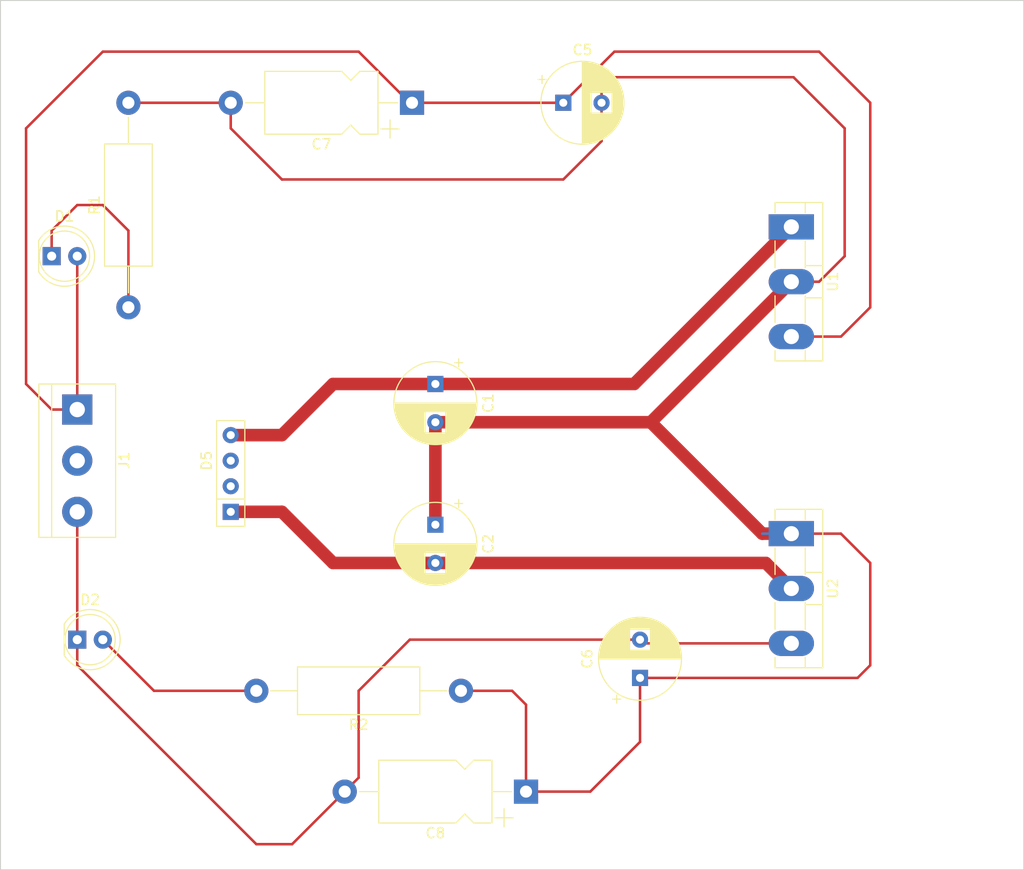
<source format=kicad_pcb>
(kicad_pcb (version 20221018) (generator pcbnew)
  (layers (0 "F.Cu" signal) (31 "B.Cu" signal) (34 "B.Paste" user) (35 "F.Paste" user) (36 "B.SilkS" user "B.Silkscreen") (37 "F.SilkS" user "F.Silkscreen") (38 "B.Mask" user) (39 "F.Mask" user) (44 "Edge.Cuts" user))
  (net 0 "")
  (net 1 "Net-(D5-+)")
  (net 2 "GND")
  (net 3 "Net-(D5--)")
  (net 4 "Net-(D1-A)")
  (net 5 "Net-(D2-K)")
  (net 6 "Net-(D1-K)")
  (net 7 "Net-(D2-A)")
  (net 8 "Net-(T1-SB)")
  (net 9 "Net-(T1-SA)")
  (footprint "Capacitor_THT:CP_Radial_D8.0mm_P3.80mm" (layer "F.Cu") (at 165.1 38.1)
    (fp_text reference "C5" (at 1.9 -5.25) (layer "F.SilkS"))
    (fp_text value "100uf/35V")
    (pad "1" thru_hole rect (at 0 0) (size 1.6 1.6) (drill 0.8) (layers "*.Cu" "*.Mask") (net 4 "Net-(D1-A)"))
    (pad "2" thru_hole circle (at 3.8 0) (size 1.6 1.6) (drill 0.8) (layers "*.Cu" "*.Mask") (net 2 "GND"))
  )
  (footprint "Resistor_THT:R_Axial_DIN0414_L11.9mm_D4.5mm_P20.32mm_Horizontal" (layer "F.Cu") (at 154.94 96.52 180)
    (fp_text reference "R2" (at 10.16 -3.37) (layer "F.SilkS"))
    (fp_text value "2.2K")
    (pad "1" thru_hole circle (at 0 0 180) (size 2.4 2.4) (drill 1.2) (layers "*.Cu" "*.Mask") (net 2 "GND"))
    (pad "2" thru_hole oval (at 20.32 0 180) (size 2.4 2.4) (drill 1.2) (layers "*.Cu" "*.Mask") (net 7 "Net-(D2-A)"))
  )
  (footprint "Package_TO_SOT_THT:TO-3P-3_Vertical" (layer "F.Cu") (at 187.745 80.91 -90)
    (fp_text reference "U2" (at 5.45 -4.12 -90) (layer "F.SilkS"))
    (fp_text value "L7912")
    (pad "1" thru_hole rect (at 0 0 270) (size 2.5 4.5) (drill 1.5) (layers "*.Cu" "*.Mask") (net 2 "GND"))
    (pad "2" thru_hole oval (at 5.45 0 270) (size 2.5 4.5) (drill 1.5) (layers "*.Cu" "*.Mask") (net 3 "Net-(D5--)"))
    (pad "3" thru_hole oval (at 10.9 0 270) (size 2.5 4.5) (drill 1.5) (layers "*.Cu" "*.Mask") (net 5 "Net-(D2-K)"))
  )
  (footprint "Resistor_THT:R_Axial_DIN0414_L11.9mm_D4.5mm_P20.32mm_Horizontal" (layer "F.Cu") (at 121.92 58.42 90)
    (fp_text reference "R1" (at 10.16 -3.37 90) (layer "F.SilkS"))
    (fp_text value "2.2K")
    (pad "1" thru_hole circle (at 0 0 90) (size 2.4 2.4) (drill 1.2) (layers "*.Cu" "*.Mask") (net 6 "Net-(D1-K)"))
    (pad "2" thru_hole oval (at 20.32 0 90) (size 2.4 2.4) (drill 1.2) (layers "*.Cu" "*.Mask") (net 2 "GND"))
  )
  (footprint "LED_THT:LED_D5.0mm" (layer "F.Cu") (at 114.3 53.34)
    (fp_text reference "D1" (at 1.27 -3.96) (layer "F.SilkS"))
    (fp_text value "LED")
    (pad "1" thru_hole rect (at 0 0) (size 1.8 1.8) (drill 0.9) (layers "*.Cu" "*.Mask") (net 6 "Net-(D1-K)"))
    (pad "2" thru_hole circle (at 2.54 0) (size 1.8 1.8) (drill 0.9) (layers "*.Cu" "*.Mask") (net 4 "Net-(D1-A)"))
  )
  (footprint "Package_TO_SOT_THT:TO-3P-3_Vertical" (layer "F.Cu") (at 187.745 50.43 -90)
    (fp_text reference "U1" (at 5.45 -4.12 -90) (layer "F.SilkS"))
    (fp_text value "L7812")
    (pad "1" thru_hole rect (at 0 0 270) (size 2.5 4.5) (drill 1.5) (layers "*.Cu" "*.Mask") (net 1 "Net-(D5-+)"))
    (pad "2" thru_hole oval (at 5.45 0 270) (size 2.5 4.5) (drill 1.5) (layers "*.Cu" "*.Mask") (net 2 "GND"))
    (pad "3" thru_hole oval (at 10.9 0 270) (size 2.5 4.5) (drill 1.5) (layers "*.Cu" "*.Mask") (net 4 "Net-(D1-A)"))
  )
  (footprint "LED_THT:LED_D5.0mm" (layer "F.Cu") (at 116.84 91.44)
    (fp_text reference "D2" (at 1.27 -3.96) (layer "F.SilkS"))
    (fp_text value "LED")
    (pad "1" thru_hole rect (at 0 0) (size 1.8 1.8) (drill 0.9) (layers "*.Cu" "*.Mask") (net 5 "Net-(D2-K)"))
    (pad "2" thru_hole circle (at 2.54 0) (size 1.8 1.8) (drill 0.9) (layers "*.Cu" "*.Mask") (net 7 "Net-(D2-A)"))
  )
  (footprint "Resistor_THT:R_Array_SIP4" (layer "F.Cu") (at 132.08 78.74 90)
    (fp_text reference "D5" (at 5.08 -2.4 90) (layer "F.SilkS"))
    (fp_text value "D_Bridge_-AA+_RS207_2A")
    (pad "1" thru_hole rect (at 0 0 90) (size 1.6 1.6) (drill 0.8) (layers "*.Cu" "*.Mask") (net 3 "Net-(D5--)"))
    (pad "2" thru_hole oval (at 2.54 0 90) (size 1.6 1.6) (drill 0.8) (layers "*.Cu" "*.Mask") (net 8 "Net-(T1-SB)"))
    (pad "3" thru_hole oval (at 5.08 0 90) (size 1.6 1.6) (drill 0.8) (layers "*.Cu" "*.Mask") (net 9 "Net-(T1-SA)"))
    (pad "4" thru_hole oval (at 7.62 0 90) (size 1.6 1.6) (drill 0.8) (layers "*.Cu" "*.Mask") (net 1 "Net-(D5-+)"))
  )
  (footprint "Capacitor_THT:CP_Radial_D8.0mm_P3.80mm" (layer "F.Cu") (at 152.4 66.04 -90)
    (fp_text reference "C1" (at 1.9 -5.25 -270) (layer "F.SilkS"))
    (fp_text value "2200uf/35V")
    (pad "1" thru_hole rect (at 0 0 270) (size 1.6 1.6) (drill 0.8) (layers "*.Cu" "*.Mask") (net 1 "Net-(D5-+)"))
    (pad "2" thru_hole circle (at 3.8 0 270) (size 1.6 1.6) (drill 0.8) (layers "*.Cu" "*.Mask") (net 2 "GND"))
  )
  (footprint "Capacitor_THT:CP_Radial_D8.0mm_P3.80mm" (layer "F.Cu") (at 172.72 95.24 90)
    (fp_text reference "C6" (at 1.9 -5.25 90) (layer "F.SilkS"))
    (fp_text value "100uf/35V")
    (pad "1" thru_hole rect (at 0 0 90) (size 1.6 1.6) (drill 0.8) (layers "*.Cu" "*.Mask") (net 2 "GND"))
    (pad "2" thru_hole circle (at 3.8 0 90) (size 1.6 1.6) (drill 0.8) (layers "*.Cu" "*.Mask") (net 5 "Net-(D2-K)"))
  )
  (footprint "Capacitor_THT:CP_Axial_L11.0mm_D6.0mm_P18.00mm_Horizontal" (layer "F.Cu") (at 150.08 38.1 180)
    (fp_text reference "C7" (at 9 -4.12) (layer "F.SilkS"))
    (fp_text value "0.1uf")
    (pad "1" thru_hole rect (at 0 0 180) (size 2.4 2.4) (drill 1.2) (layers "*.Cu" "*.Mask") (net 4 "Net-(D1-A)"))
    (pad "2" thru_hole oval (at 18 0 180) (size 2.4 2.4) (drill 1.2) (layers "*.Cu" "*.Mask") (net 2 "GND"))
  )
  (footprint "Capacitor_THT:CP_Axial_L11.0mm_D6.0mm_P18.00mm_Horizontal" (layer "F.Cu") (at 161.4 106.5375 180)
    (fp_text reference "C8" (at 9 -4.12) (layer "F.SilkS"))
    (fp_text value "0.1uf")
    (pad "1" thru_hole rect (at 0 0 180) (size 2.4 2.4) (drill 1.2) (layers "*.Cu" "*.Mask") (net 2 "GND"))
    (pad "2" thru_hole oval (at 18 0 180) (size 2.4 2.4) (drill 1.2) (layers "*.Cu" "*.Mask") (net 5 "Net-(D2-K)"))
  )
  (footprint "Capacitor_THT:CP_Radial_D8.0mm_P3.80mm" (layer "F.Cu") (at 152.4 80.02 -90)
    (fp_text reference "C2" (at 1.9 -5.25 90) (layer "F.SilkS"))
    (fp_text value "2200uf/35V")
    (pad "1" thru_hole rect (at 0 0 270) (size 1.6 1.6) (drill 0.8) (layers "*.Cu" "*.Mask") (net 2 "GND"))
    (pad "2" thru_hole circle (at 3.8 0 270) (size 1.6 1.6) (drill 0.8) (layers "*.Cu" "*.Mask") (net 3 "Net-(D5--)"))
  )
  (footprint "TerminalBlock:TerminalBlock_bornier-3_P5.08mm" (layer "F.Cu") (at 116.84 68.58 -90)
    (fp_text reference "J1" (at 5.05 -4.65 90) (layer "F.SilkS"))
    (fp_text value "Out")
    (pad "1" thru_hole rect (at 0 0 270) (size 3 3) (drill 1.52) (layers "*.Cu" "*.Mask") (net 4 "Net-(D1-A)"))
    (pad "2" thru_hole circle (at 5.08 0 270) (size 3 3) (drill 1.52) (layers "*.Cu" "*.Mask") (net 2 "GND"))
    (pad "3" thru_hole circle (at 10.16 0 270) (size 3 3) (drill 1.52) (layers "*.Cu" "*.Mask") (net 5 "Net-(D2-K)"))
  )
  (gr_rect (start 109.22 27.94) (end 210.82 114.3) (stroke (width 0.1)) (fill none) (layer "Edge.Cuts"))
  (segment (start 152.4 66.04) (end 172.135 66.04) (width 1.25) (layer "F.Cu") (net 1))
  (segment (start 142.24 66.04) (end 152.4 66.04) (width 1.25) (layer "F.Cu") (net 1))
  (segment (start 137.16 71.12) (end 142.24 66.04) (width 1.25) (layer "F.Cu") (net 1))
  (segment (start 172.135 66.04) (end 187.745 50.43) (width 1.25) (layer "F.Cu") (net 1))
  (segment (start 132.08 71.12) (end 137.16 71.12) (width 1.25) (layer "F.Cu") (net 1))
  (segment (start 132.08 38.1) (end 121.92 38.1) (width 0.25) (layer "F.Cu") (net 2))
  (segment (start 167.7825 106.5375) (end 172.72 101.6) (width 0.25) (layer "F.Cu") (net 2))
  (segment (start 187.96 35.56) (end 170.18 35.56) (width 0.25) (layer "F.Cu") (net 2))
  (segment (start 161.4 106.5375) (end 161.4 97.9) (width 0.25) (layer "F.Cu") (net 2))
  (segment (start 192.67 80.91) (end 187.745 80.91) (width 0.25) (layer "F.Cu") (net 2))
  (segment (start 173.785 69.84) (end 187.745 55.88) (width 1.25) (layer "F.Cu") (net 2))
  (segment (start 172.72 101.6) (end 172.72 95.24) (width 0.25) (layer "F.Cu") (net 2))
  (segment (start 152.4 69.84) (end 173.785 69.84) (width 1.25) (layer "F.Cu") (net 2))
  (segment (start 172.72 95.24) (end 194.32 95.24) (width 0.25) (layer "F.Cu") (net 2))
  (segment (start 152.4 80.02) (end 152.4 69.84) (width 1.25) (layer "F.Cu") (net 2))
  (segment (start 193.04 40.64) (end 187.96 35.56) (width 0.25) (layer "F.Cu") (net 2))
  (segment (start 193.04 53.34) (end 193.04 40.64) (width 0.25) (layer "F.Cu") (net 2))
  (segment (start 187.745 55.88) (end 190.5 55.88) (width 0.25) (layer "F.Cu") (net 2))
  (segment (start 132.08 40.64) (end 137.16 45.72) (width 0.25) (layer "F.Cu") (net 2))
  (segment (start 165.1 45.72) (end 168.9 41.92) (width 0.25) (layer "F.Cu") (net 2))
  (segment (start 194.32 95.24) (end 195.58 93.98) (width 0.25) (layer "F.Cu") (net 2))
  (segment (start 187.745 80.91) (end 184.855 80.91) (width 1.25) (layer "F.Cu") (net 2))
  (segment (start 168.9 41.92) (end 168.9 38.1) (width 0.25) (layer "F.Cu") (net 2))
  (segment (start 195.58 83.82) (end 192.67 80.91) (width 0.25) (layer "F.Cu") (net 2))
  (segment (start 137.16 45.72) (end 165.1 45.72) (width 0.25) (layer "F.Cu") (net 2))
  (segment (start 132.08 38.1) (end 132.08 40.64) (width 0.25) (layer "F.Cu") (net 2))
  (segment (start 195.58 93.98) (end 195.58 83.82) (width 0.25) (layer "F.Cu") (net 2))
  (segment (start 170.18 35.56) (end 168.9 36.84) (width 0.25) (layer "F.Cu") (net 2))
  (segment (start 168.9 36.84) (end 168.9 38.1) (width 0.25) (layer "F.Cu") (net 2))
  (segment (start 173.785 69.84) (end 184.855 80.91) (width 1.25) (layer "F.Cu") (net 2))
  (segment (start 161.4 97.9) (end 160.02 96.52) (width 0.25) (layer "F.Cu") (net 2))
  (segment (start 161.4 106.5375) (end 167.7825 106.5375) (width 0.25) (layer "F.Cu") (net 2))
  (segment (start 190.5 55.88) (end 193.04 53.34) (width 0.25) (layer "F.Cu") (net 2))
  (segment (start 160.02 96.52) (end 154.94 96.52) (width 0.25) (layer "F.Cu") (net 2))
  (segment (start 187.745 55.88) (end 186.68 55.88) (width 0.25) (layer "B.Cu") (net 2))
  (segment (start 184.855 80.91) (end 187.745 80.91) (width 0.25) (layer "B.Cu") (net 2))
  (segment (start 185.205 83.82) (end 187.745 86.36) (width 1.25) (layer "F.Cu") (net 3))
  (segment (start 142.24 83.82) (end 152.4 83.82) (width 1.25) (layer "F.Cu") (net 3))
  (segment (start 152.4 83.82) (end 185.205 83.82) (width 1.25) (layer "F.Cu") (net 3))
  (segment (start 132.08 78.74) (end 137.16 78.74) (width 1.25) (layer "F.Cu") (net 3))
  (segment (start 137.16 78.74) (end 142.24 83.82) (width 1.25) (layer "F.Cu") (net 3))
  (segment (start 119.38 33.02) (end 111.76 40.64) (width 0.25) (layer "F.Cu") (net 4))
  (segment (start 190.5 33.02) (end 170.18 33.02) (width 0.25) (layer "F.Cu") (net 4))
  (segment (start 165.1 38.1) (end 150.08 38.1) (width 0.25) (layer "F.Cu") (net 4))
  (segment (start 111.76 66.04) (end 114.3 68.58) (width 0.25) (layer "F.Cu") (net 4))
  (segment (start 116.84 68.58) (end 116.84 53.34) (width 0.25) (layer "F.Cu") (net 4))
  (segment (start 170.18 33.02) (end 165.1 38.1) (width 0.25) (layer "F.Cu") (net 4))
  (segment (start 150.08 38.1) (end 149.86 38.1) (width 0.25) (layer "F.Cu") (net 4))
  (segment (start 192.67 61.33) (end 195.58 58.42) (width 0.25) (layer "F.Cu") (net 4))
  (segment (start 111.76 40.64) (end 111.76 66.04) (width 0.25) (layer "F.Cu") (net 4))
  (segment (start 187.745 61.33) (end 192.67 61.33) (width 0.25) (layer "F.Cu") (net 4))
  (segment (start 144.78 33.02) (end 119.38 33.02) (width 0.25) (layer "F.Cu") (net 4))
  (segment (start 149.86 38.1) (end 144.78 33.02) (width 0.25) (layer "F.Cu") (net 4))
  (segment (start 195.58 38.1) (end 190.5 33.02) (width 0.25) (layer "F.Cu") (net 4))
  (segment (start 195.58 58.42) (end 195.58 38.1) (width 0.25) (layer "F.Cu") (net 4))
  (segment (start 114.3 68.58) (end 116.84 68.58) (width 0.25) (layer "F.Cu") (net 4))
  (segment (start 116.84 93.98) (end 134.62 111.76) (width 0.25) (layer "F.Cu") (net 5))
  (segment (start 116.84 91.44) (end 116.84 93.98) (width 0.25) (layer "F.Cu") (net 5))
  (segment (start 144.78 105.1575) (end 143.4 106.5375) (width 0.25) (layer "F.Cu") (net 5))
  (segment (start 144.78 96.52) (end 144.78 105.1575) (width 0.25) (layer "F.Cu") (net 5))
  (segment (start 116.84 91.44) (end 116.84 78.74) (width 0.25) (layer "F.Cu") (net 5))
  (segment (start 172.72 91.44) (end 149.86 91.44) (width 0.25) (layer "F.Cu") (net 5))
  (segment (start 187.745 91.81) (end 173.09 91.81) (width 0.25) (layer "F.Cu") (net 5))
  (segment (start 173.09 91.81) (end 172.72 91.44) (width 0.25) (layer "F.Cu") (net 5))
  (segment (start 149.86 91.44) (end 144.78 96.52) (width 0.25) (layer "F.Cu") (net 5))
  (segment (start 138.1775 111.76) (end 143.4 106.5375) (width 0.25) (layer "F.Cu") (net 5))
  (segment (start 134.62 111.76) (end 138.1775 111.76) (width 0.25) (layer "F.Cu") (net 5))
  (segment (start 119.38 48.26) (end 121.92 50.8) (width 0.25) (layer "F.Cu") (net 6))
  (segment (start 114.3 50.8) (end 116.84 48.26) (width 0.25) (layer "F.Cu") (net 6))
  (segment (start 114.3 53.34) (end 114.3 50.8) (width 0.25) (layer "F.Cu") (net 6))
  (segment (start 121.92 50.8) (end 121.92 58.42) (width 0.25) (layer "F.Cu") (net 6))
  (segment (start 116.84 48.26) (end 119.38 48.26) (width 0.25) (layer "F.Cu") (net 6))
  (segment (start 134.62 96.52) (end 124.46 96.52) (width 0.25) (layer "F.Cu") (net 7))
  (segment (start 124.46 96.52) (end 119.38 91.44) (width 0.25) (layer "F.Cu") (net 7))
)
</source>
